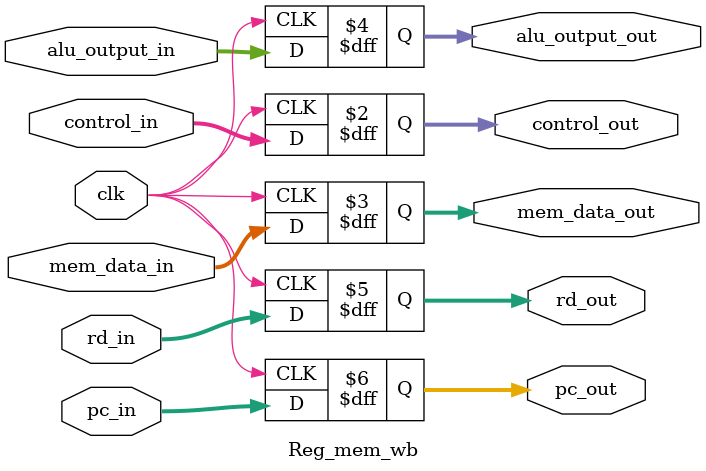
<source format=v>
module Reg_mem_wb(control_out, mem_data_out, alu_output_out, rd_out,pc_out,
                  control_in, mem_data_in, alu_output_in, rd_in,pc_in,clk);
    
    output reg[2:0] control_out;
    output reg[31:0] mem_data_out;
    output reg[31:0] alu_output_out;
    output reg[4:0] rd_out;
    output reg [14:0] pc_out;
    input wire [14:0] pc_in;
    input wire[2:0] control_in;
    input wire[31:0] mem_data_in;
    input wire[31:0] alu_output_in;
    input wire[4:0] rd_in;
    input wire clk;

    always @(posedge clk)begin
        control_out <= control_in;
        mem_data_out <= mem_data_in;
        alu_output_out <= alu_output_in;
        rd_out <= rd_in;
        pc_out <= pc_in;
    end

endmodule
</source>
